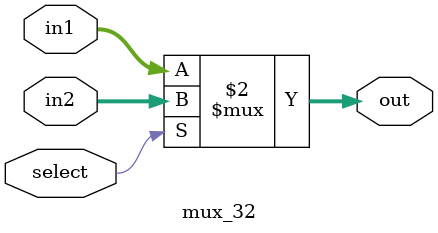
<source format=v>
module mux_32(
	input [31:0] in1, in2,
	input select,
	output [31:0] out
);
assign out = (~select) ? in1 : in2;
endmodule 
</source>
